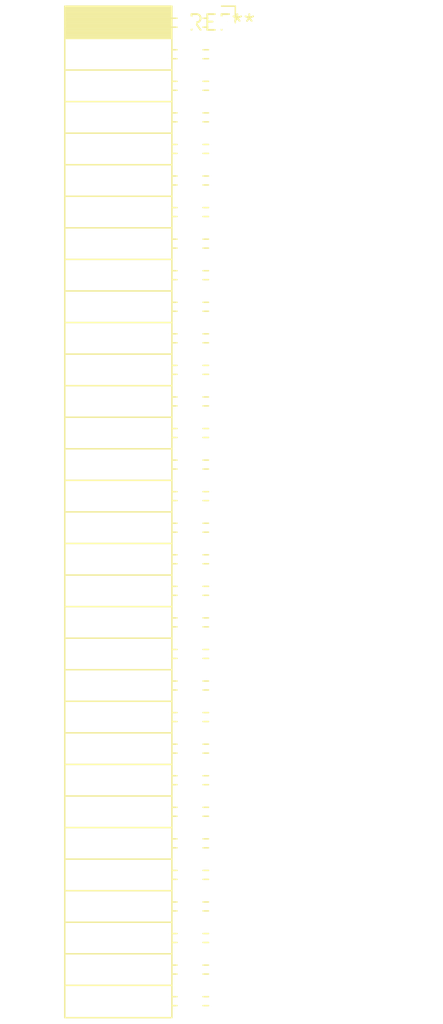
<source format=kicad_pcb>
(kicad_pcb (version 20240108) (generator pcbnew)
  (layers (0 "F.Cu" signal) (31 "B.Cu" signal) (34 "B.Paste" user) (35 "F.Paste" user) (36 "B.SilkS" user "B.Silkscreen") (37 "F.SilkS" user "F.Silkscreen") (38 "B.Mask" user) (39 "F.Mask" user) (44 "Edge.Cuts" user))
  (net 0 "")
  (footprint "PinSocket_2x32_P2.54mm_Horizontal" (layer "F.Cu") (at 0 0)
    (property "Reference" "REF**")
    (property "Value" "PinSocket_2x32_P2.54mm_Horizontal")
    (fp_line (start -12.63 -1.33) (end -12.63 80.07) (layer "F.SilkS") (stroke (width 0.12)))
    (fp_line (start -12.63 -1.33) (end -4 -1.33) (layer "F.SilkS") (stroke (width 0.12)))
    (fp_line (start -12.63 -1.21) (end -4 -1.21) (layer "F.SilkS") (stroke (width 0.12)))
    (fp_line (start -12.63 -1.091905) (end -4 -1.091905) (layer "F.SilkS") (stroke (width 0.12)))
    (fp_line (start -12.63 -0.97381) (end -4 -0.97381) (layer "F.SilkS") (stroke (width 0.12)))
    (fp_line (start -12.63 -0.855715) (end -4 -0.855715) (layer "F.SilkS") (stroke (width 0.12)))
    (fp_line (start -12.63 -0.73762) (end -4 -0.73762) (layer "F.SilkS") (stroke (width 0.12)))
    (fp_line (start -12.63 -0.619525) (end -4 -0.619525) (layer "F.SilkS") (stroke (width 0.12)))
    (fp_line (start -12.63 -0.50143) (end -4 -0.50143) (layer "F.SilkS") (stroke (width 0.12)))
    (fp_line (start -12.63 -0.383335) (end -4 -0.383335) (layer "F.SilkS") (stroke (width 0.12)))
    (fp_line (start -12.63 -0.26524) (end -4 -0.26524) (layer "F.SilkS") (stroke (width 0.12)))
    (fp_line (start -12.63 -0.147145) (end -4 -0.147145) (layer "F.SilkS") (stroke (width 0.12)))
    (fp_line (start -12.63 -0.02905) (end -4 -0.02905) (layer "F.SilkS") (stroke (width 0.12)))
    (fp_line (start -12.63 0.089045) (end -4 0.089045) (layer "F.SilkS") (stroke (width 0.12)))
    (fp_line (start -12.63 0.20714) (end -4 0.20714) (layer "F.SilkS") (stroke (width 0.12)))
    (fp_line (start -12.63 0.325235) (end -4 0.325235) (layer "F.SilkS") (stroke (width 0.12)))
    (fp_line (start -12.63 0.44333) (end -4 0.44333) (layer "F.SilkS") (stroke (width 0.12)))
    (fp_line (start -12.63 0.561425) (end -4 0.561425) (layer "F.SilkS") (stroke (width 0.12)))
    (fp_line (start -12.63 0.67952) (end -4 0.67952) (layer "F.SilkS") (stroke (width 0.12)))
    (fp_line (start -12.63 0.797615) (end -4 0.797615) (layer "F.SilkS") (stroke (width 0.12)))
    (fp_line (start -12.63 0.91571) (end -4 0.91571) (layer "F.SilkS") (stroke (width 0.12)))
    (fp_line (start -12.63 1.033805) (end -4 1.033805) (layer "F.SilkS") (stroke (width 0.12)))
    (fp_line (start -12.63 1.1519) (end -4 1.1519) (layer "F.SilkS") (stroke (width 0.12)))
    (fp_line (start -12.63 1.27) (end -4 1.27) (layer "F.SilkS") (stroke (width 0.12)))
    (fp_line (start -12.63 3.81) (end -4 3.81) (layer "F.SilkS") (stroke (width 0.12)))
    (fp_line (start -12.63 6.35) (end -4 6.35) (layer "F.SilkS") (stroke (width 0.12)))
    (fp_line (start -12.63 8.89) (end -4 8.89) (layer "F.SilkS") (stroke (width 0.12)))
    (fp_line (start -12.63 11.43) (end -4 11.43) (layer "F.SilkS") (stroke (width 0.12)))
    (fp_line (start -12.63 13.97) (end -4 13.97) (layer "F.SilkS") (stroke (width 0.12)))
    (fp_line (start -12.63 16.51) (end -4 16.51) (layer "F.SilkS") (stroke (width 0.12)))
    (fp_line (start -12.63 19.05) (end -4 19.05) (layer "F.SilkS") (stroke (width 0.12)))
    (fp_line (start -12.63 21.59) (end -4 21.59) (layer "F.SilkS") (stroke (width 0.12)))
    (fp_line (start -12.63 24.13) (end -4 24.13) (layer "F.SilkS") (stroke (width 0.12)))
    (fp_line (start -12.63 26.67) (end -4 26.67) (layer "F.SilkS") (stroke (width 0.12)))
    (fp_line (start -12.63 29.21) (end -4 29.21) (layer "F.SilkS") (stroke (width 0.12)))
    (fp_line (start -12.63 31.75) (end -4 31.75) (layer "F.SilkS") (stroke (width 0.12)))
    (fp_line (start -12.63 34.29) (end -4 34.29) (layer "F.SilkS") (stroke (width 0.12)))
    (fp_line (start -12.63 36.83) (end -4 36.83) (layer "F.SilkS") (stroke (width 0.12)))
    (fp_line (start -12.63 39.37) (end -4 39.37) (layer "F.SilkS") (stroke (width 0.12)))
    (fp_line (start -12.63 41.91) (end -4 41.91) (layer "F.SilkS") (stroke (width 0.12)))
    (fp_line (start -12.63 44.45) (end -4 44.45) (layer "F.SilkS") (stroke (width 0.12)))
    (fp_line (start -12.63 46.99) (end -4 46.99) (layer "F.SilkS") (stroke (width 0.12)))
    (fp_line (start -12.63 49.53) (end -4 49.53) (layer "F.SilkS") (stroke (width 0.12)))
    (fp_line (start -12.63 52.07) (end -4 52.07) (layer "F.SilkS") (stroke (width 0.12)))
    (fp_line (start -12.63 54.61) (end -4 54.61) (layer "F.SilkS") (stroke (width 0.12)))
    (fp_line (start -12.63 57.15) (end -4 57.15) (layer "F.SilkS") (stroke (width 0.12)))
    (fp_line (start -12.63 59.69) (end -4 59.69) (layer "F.SilkS") (stroke (width 0.12)))
    (fp_line (start -12.63 62.23) (end -4 62.23) (layer "F.SilkS") (stroke (width 0.12)))
    (fp_line (start -12.63 64.77) (end -4 64.77) (layer "F.SilkS") (stroke (width 0.12)))
    (fp_line (start -12.63 67.31) (end -4 67.31) (layer "F.SilkS") (stroke (width 0.12)))
    (fp_line (start -12.63 69.85) (end -4 69.85) (layer "F.SilkS") (stroke (width 0.12)))
    (fp_line (start -12.63 72.39) (end -4 72.39) (layer "F.SilkS") (stroke (width 0.12)))
    (fp_line (start -12.63 74.93) (end -4 74.93) (layer "F.SilkS") (stroke (width 0.12)))
    (fp_line (start -12.63 77.47) (end -4 77.47) (layer "F.SilkS") (stroke (width 0.12)))
    (fp_line (start -12.63 80.07) (end -4 80.07) (layer "F.SilkS") (stroke (width 0.12)))
    (fp_line (start -4 -1.33) (end -4 80.07) (layer "F.SilkS") (stroke (width 0.12)))
    (fp_line (start -4 -0.36) (end -3.59 -0.36) (layer "F.SilkS") (stroke (width 0.12)))
    (fp_line (start -4 0.36) (end -3.59 0.36) (layer "F.SilkS") (stroke (width 0.12)))
    (fp_line (start -4 2.18) (end -3.59 2.18) (layer "F.SilkS") (stroke (width 0.12)))
    (fp_line (start -4 2.9) (end -3.59 2.9) (layer "F.SilkS") (stroke (width 0.12)))
    (fp_line (start -4 4.72) (end -3.59 4.72) (layer "F.SilkS") (stroke (width 0.12)))
    (fp_line (start -4 5.44) (end -3.59 5.44) (layer "F.SilkS") (stroke (width 0.12)))
    (fp_line (start -4 7.26) (end -3.59 7.26) (layer "F.SilkS") (stroke (width 0.12)))
    (fp_line (start -4 7.98) (end -3.59 7.98) (layer "F.SilkS") (stroke (width 0.12)))
    (fp_line (start -4 9.8) (end -3.59 9.8) (layer "F.SilkS") (stroke (width 0.12)))
    (fp_line (start -4 10.52) (end -3.59 10.52) (layer "F.SilkS") (stroke (width 0.12)))
    (fp_line (start -4 12.34) (end -3.59 12.34) (layer "F.SilkS") (stroke (width 0.12)))
    (fp_line (start -4 13.06) (end -3.59 13.06) (layer "F.SilkS") (stroke (width 0.12)))
    (fp_line (start -4 14.88) (end -3.59 14.88) (layer "F.SilkS") (stroke (width 0.12)))
    (fp_line (start -4 15.6) (end -3.59 15.6) (layer "F.SilkS") (stroke (width 0.12)))
    (fp_line (start -4 17.42) (end -3.59 17.42) (layer "F.SilkS") (stroke (width 0.12)))
    (fp_line (start -4 18.14) (end -3.59 18.14) (layer "F.SilkS") (stroke (width 0.12)))
    (fp_line (start -4 19.96) (end -3.59 19.96) (layer "F.SilkS") (stroke (width 0.12)))
    (fp_line (start -4 20.68) (end -3.59 20.68) (layer "F.SilkS") (stroke (width 0.12)))
    (fp_line (start -4 22.5) (end -3.59 22.5) (layer "F.SilkS") (stroke (width 0.12)))
    (fp_line (start -4 23.22) (end -3.59 23.22) (layer "F.SilkS") (stroke (width 0.12)))
    (fp_line (start -4 25.04) (end -3.59 25.04) (layer "F.SilkS") (stroke (width 0.12)))
    (fp_line (start -4 25.76) (end -3.59 25.76) (layer "F.SilkS") (stroke (width 0.12)))
    (fp_line (start -4 27.58) (end -3.59 27.58) (layer "F.SilkS") (stroke (width 0.12)))
    (fp_line (start -4 28.3) (end -3.59 28.3) (layer "F.SilkS") (stroke (width 0.12)))
    (fp_line (start -4 30.12) (end -3.59 30.12) (layer "F.SilkS") (stroke (width 0.12)))
    (fp_line (start -4 30.84) (end -3.59 30.84) (layer "F.SilkS") (stroke (width 0.12)))
    (fp_line (start -4 32.66) (end -3.59 32.66) (layer "F.SilkS") (stroke (width 0.12)))
    (fp_line (start -4 33.38) (end -3.59 33.38) (layer "F.SilkS") (stroke (width 0.12)))
    (fp_line (start -4 35.2) (end -3.59 35.2) (layer "F.SilkS") (stroke (width 0.12)))
    (fp_line (start -4 35.92) (end -3.59 35.92) (layer "F.SilkS") (stroke (width 0.12)))
    (fp_line (start -4 37.74) (end -3.59 37.74) (layer "F.SilkS") (stroke (width 0.12)))
    (fp_line (start -4 38.46) (end -3.59 38.46) (layer "F.SilkS") (stroke (width 0.12)))
    (fp_line (start -4 40.28) (end -3.59 40.28) (layer "F.SilkS") (stroke (width 0.12)))
    (fp_line (start -4 41) (end -3.59 41) (layer "F.SilkS") (stroke (width 0.12)))
    (fp_line (start -4 42.82) (end -3.59 42.82) (layer "F.SilkS") (stroke (width 0.12)))
    (fp_line (start -4 43.54) (end -3.59 43.54) (layer "F.SilkS") (stroke (width 0.12)))
    (fp_line (start -4 45.36) (end -3.59 45.36) (layer "F.SilkS") (stroke (width 0.12)))
    (fp_line (start -4 46.08) (end -3.59 46.08) (layer "F.SilkS") (stroke (width 0.12)))
    (fp_line (start -4 47.9) (end -3.59 47.9) (layer "F.SilkS") (stroke (width 0.12)))
    (fp_line (start -4 48.62) (end -3.59 48.62) (layer "F.SilkS") (stroke (width 0.12)))
    (fp_line (start -4 50.44) (end -3.59 50.44) (layer "F.SilkS") (stroke (width 0.12)))
    (fp_line (start -4 51.16) (end -3.59 51.16) (layer "F.SilkS") (stroke (width 0.12)))
    (fp_line (start -4 52.98) (end -3.59 52.98) (layer "F.SilkS") (stroke (width 0.12)))
    (fp_line (start -4 53.7) (end -3.59 53.7) (layer "F.SilkS") (stroke (width 0.12)))
    (fp_line (start -4 55.52) (end -3.59 55.52) (layer "F.SilkS") (stroke (width 0.12)))
    (fp_line (start -4 56.24) (end -3.59 56.24) (layer "F.SilkS") (stroke (width 0.12)))
    (fp_line (start -4 58.06) (end -3.59 58.06) (layer "F.SilkS") (stroke (width 0.12)))
    (fp_line (start -4 58.78) (end -3.59 58.78) (layer "F.SilkS") (stroke (width 0.12)))
    (fp_line (start -4 60.6) (end -3.59 60.6) (layer "F.SilkS") (stroke (width 0.12)))
    (fp_line (start -4 61.32) (end -3.59 61.32) (layer "F.SilkS") (stroke (width 0.12)))
    (fp_line (start -4 63.14) (end -3.59 63.14) (layer "F.SilkS") (stroke (width 0.12)))
    (fp_line (start -4 63.86) (end -3.59 63.86) (layer "F.SilkS") (stroke (width 0.12)))
    (fp_line (start -4 65.68) (end -3.59 65.68) (layer "F.SilkS") (stroke (width 0.12)))
    (fp_line (start -4 66.4) (end -3.59 66.4) (layer "F.SilkS") (stroke (width 0.12)))
    (fp_line (start -4 68.22) (end -3.59 68.22) (layer "F.SilkS") (stroke (width 0.12)))
    (fp_line (start -4 68.94) (end -3.59 68.94) (layer "F.SilkS") (stroke (width 0.12)))
    (fp_line (start -4 70.76) (end -3.59 70.76) (layer "F.SilkS") (stroke (width 0.12)))
    (fp_line (start -4 71.48) (end -3.59 71.48) (layer "F.SilkS") (stroke (width 0.12)))
    (fp_line (start -4 73.3) (end -3.59 73.3) (layer "F.SilkS") (stroke (width 0.12)))
    (fp_line (start -4 74.02) (end -3.59 74.02) (layer "F.SilkS") (stroke (width 0.12)))
    (fp_line (start -4 75.84) (end -3.59 75.84) (layer "F.SilkS") (stroke (width 0.12)))
    (fp_line (start -4 76.56) (end -3.59 76.56) (layer "F.SilkS") (stroke (width 0.12)))
    (fp_line (start -4 78.38) (end -3.59 78.38) (layer "F.SilkS") (stroke (width 0.12)))
    (fp_line (start -4 79.1) (end -3.59 79.1) (layer "F.SilkS") (stroke (width 0.12)))
    (fp_line (start -1.49 -0.36) (end -1.11 -0.36) (layer "F.SilkS") (stroke (width 0.12)))
    (fp_line (start -1.49 0.36) (end -1.11 0.36) (layer "F.SilkS") (stroke (width 0.12)))
    (fp_line (start -1.49 2.18) (end -1.05 2.18) (layer "F.SilkS") (stroke (width 0.12)))
    (fp_line (start -1.49 2.9) (end -1.05 2.9) (layer "F.SilkS") (stroke (width 0.12)))
    (fp_line (start -1.49 4.72) (end -1.05 4.72) (layer "F.SilkS") (stroke (width 0.12)))
    (fp_line (start -1.49 5.44) (end -1.05 5.44) (layer "F.SilkS") (stroke (width 0.12)))
    (fp_line (start -1.49 7.26) (end -1.05 7.26) (layer "F.SilkS") (stroke (width 0.12)))
    (fp_line (start -1.49 7.98) (end -1.05 7.98) (layer "F.SilkS") (stroke (width 0.12)))
    (fp_line (start -1.49 9.8) (end -1.05 9.8) (layer "F.SilkS") (stroke (width 0.12)))
    (fp_line (start -1.49 10.52) (end -1.05 10.52) (layer "F.SilkS") (stroke (width 0.12)))
    (fp_line (start -1.49 12.34) (end -1.05 12.34) (layer "F.SilkS") (stroke (width 0.12)))
    (fp_line (start -1.49 13.06) (end -1.05 13.06) (layer "F.SilkS") (stroke (width 0.12)))
    (fp_line (start -1.49 14.88) (end -1.05 14.88) (layer "F.SilkS") (stroke (width 0.12)))
    (fp_line (start -1.49 15.6) (end -1.05 15.6) (layer "F.SilkS") (stroke (width 0.12)))
    (fp_line (start -1.49 17.42) (end -1.05 17.42) (layer "F.SilkS") (stroke (width 0.12)))
    (fp_line (start -1.49 18.14) (end -1.05 18.14) (layer "F.SilkS") (stroke (width 0.12)))
    (fp_line (start -1.49 19.96) (end -1.05 19.96) (layer "F.SilkS") (stroke (width 0.12)))
    (fp_line (start -1.49 20.68) (end -1.05 20.68) (layer "F.SilkS") (stroke (width 0.12)))
    (fp_line (start -1.49 22.5) (end -1.05 22.5) (layer "F.SilkS") (stroke (width 0.12)))
    (fp_line (start -1.49 23.22) (end -1.05 23.22) (layer "F.SilkS") (stroke (width 0.12)))
    (fp_line (start -1.49 25.04) (end -1.05 25.04) (layer "F.SilkS") (stroke (width 0.12)))
    (fp_line (start -1.49 25.76) (end -1.05 25.76) (layer "F.SilkS") (stroke (width 0.12)))
    (fp_line (start -1.49 27.58) (end -1.05 27.58) (layer "F.SilkS") (stroke (width 0.12)))
    (fp_line (start -1.49 28.3) (end -1.05 28.3) (layer "F.SilkS") (stroke (width 0.12)))
    (fp_line (start -1.49 30.12) (end -1.05 30.12) (layer "F.SilkS") (stroke (width 0.12)))
    (fp_line (start -1.49 30.84) (end -1.05 30.84) (layer "F.SilkS") (stroke (width 0.12)))
    (fp_line (start -1.49 32.66) (end -1.05 32.66) (layer "F.SilkS") (stroke (width 0.12)))
    (fp_line (start -1.49 33.38) (end -1.05 33.38) (layer "F.SilkS") (stroke (width 0.12)))
    (fp_line (start -1.49 35.2) (end -1.05 35.2) (layer "F.SilkS") (stroke (width 0.12)))
    (fp_line (start -1.49 35.92) (end -1.05 35.92) (layer "F.SilkS") (stroke (width 0.12)))
    (fp_line (start -1.49 37.74) (end -1.05 37.74) (layer "F.SilkS") (stroke (width 0.12)))
    (fp_line (start -1.49 38.46) (end -1.05 38.46) (layer "F.SilkS") (stroke (width 0.12)))
    (fp_line (start -1.49 40.28) (end -1.05 40.28) (layer "F.SilkS") (stroke (width 0.12)))
    (fp_line (start -1.49 41) (end -1.05 41) (layer "F.SilkS") (stroke (width 0.12)))
    (fp_line (start -1.49 42.82) (end -1.05 42.82) (layer "F.SilkS") (stroke (width 0.12)))
    (fp_line (start -1.49 43.54) (end -1.05 43.54) (layer "F.SilkS") (stroke (width 0.12)))
    (fp_line (start -1.49 45.36) (end -1.05 45.36) (layer "F.SilkS") (stroke (width 0.12)))
    (fp_line (start -1.49 46.08) (end -1.05 46.08) (layer "F.SilkS") (stroke (width 0.12)))
    (fp_line (start -1.49 47.9) (end -1.05 47.9) (layer "F.SilkS") (stroke (width 0.12)))
    (fp_line (start -1.49 48.62) (end -1.05 48.62) (layer "F.SilkS") (stroke (width 0.12)))
    (fp_line (start -1.49 50.44) (end -1.05 50.44) (layer "F.SilkS") (stroke (width 0.12)))
    (fp_line (start -1.49 51.16) (end -1.05 51.16) (layer "F.SilkS") (stroke (width 0.12)))
    (fp_line (start -1.49 52.98) (end -1.05 52.98) (layer "F.SilkS") (stroke (width 0.12)))
    (fp_line (start -1.49 53.7) (end -1.05 53.7) (layer "F.SilkS") (stroke (width 0.12)))
    (fp_line (start -1.49 55.52) (end -1.05 55.52) (layer "F.SilkS") (stroke (width 0.12)))
    (fp_line (start -1.49 56.24) (end -1.05 56.24) (layer "F.SilkS") (stroke (width 0.12)))
    (fp_line (start -1.49 58.06) (end -1.05 58.06) (layer "F.SilkS") (stroke (width 0.12)))
    (fp_line (start -1.49 58.78) (end -1.05 58.78) (layer "F.SilkS") (stroke (width 0.12)))
    (fp_line (start -1.49 60.6) (end -1.05 60.6) (layer "F.SilkS") (stroke (width 0.12)))
    (fp_line (start -1.49 61.32) (end -1.05 61.32) (layer "F.SilkS") (stroke (width 0.12)))
    (fp_line (start -1.49 63.14) (end -1.05 63.14) (layer "F.SilkS") (stroke (width 0.12)))
    (fp_line (start -1.49 63.86) (end -1.05 63.86) (layer "F.SilkS") (stroke (width 0.12)))
    (fp_line (start -1.49 65.68) (end -1.05 65.68) (layer "F.SilkS") (stroke (width 0.12)))
    (fp_line (start -1.49 66.4) (end -1.05 66.4) (layer "F.SilkS") (stroke (width 0.12)))
    (fp_line (start -1.49 68.22) (end -1.05 68.22) (layer "F.SilkS") (stroke (width 0.12)))
    (fp_line (start -1.49 68.94) (end -1.05 68.94) (layer "F.SilkS") (stroke (width 0.12)))
    (fp_line (start -1.49 70.76) (end -1.05 70.76) (layer "F.SilkS") (stroke (width 0.12)))
    (fp_line (start -1.49 71.48) (end -1.05 71.48) (layer "F.SilkS") (stroke (width 0.12)))
    (fp_line (start -1.49 73.3) (end -1.05 73.3) (layer "F.SilkS") (stroke (width 0.12)))
    (fp_line (start -1.49 74.02) (end -1.05 74.02) (layer "F.SilkS") (stroke (width 0.12)))
    (fp_line (start -1.49 75.84) (end -1.05 75.84) (layer "F.SilkS") (stroke (width 0.12)))
    (fp_line (start -1.49 76.56) (end -1.05 76.56) (layer "F.SilkS") (stroke (width 0.12)))
    (fp_line (start -1.49 78.38) (end -1.05 78.38) (layer "F.SilkS") (stroke (width 0.12)))
    (fp_line (start -1.49 79.1) (end -1.05 79.1) (layer "F.SilkS") (stroke (width 0.12)))
    (fp_line (start 0 -1.33) (end 1.11 -1.33) (layer "F.SilkS") (stroke (width 0.12)))
    (fp_line (start 1.11 -1.33) (end 1.11 0) (layer "F.SilkS") (stroke (width 0.12)))
    (pad "1" thru_hole rect (at 0 0) (size 1.7 1.7) (drill 1) (layers *.Cu *.Mask) (remove_unused_layers))
    (pad "2" thru_hole oval (at -2.54 0) (size 1.7 1.7) (drill 1) (layers *.Cu *.Mask) (remove_unused_layers))
    (pad "3" thru_hole oval (at 0 2.54) (size 1.7 1.7) (drill 1) (layers *.Cu *.Mask) (remove_unused_layers))
    (pad "4" thru_hole oval (at -2.54 2.54) (size 1.7 1.7) (drill 1) (layers *.Cu *.Mask) (remove_unused_layers))
    (pad "5" thru_hole oval (at 0 5.08) (size 1.7 1.7) (drill 1) (layers *.Cu *.Mask) (remove_unused_layers))
    (pad "6" thru_hole oval (at -2.54 5.08) (size 1.7 1.7) (drill 1) (layers *.Cu *.Mask) (remove_unused_layers))
    (pad "7" thru_hole oval (at 0 7.62) (size 1.7 1.7) (drill 1) (layers *.Cu *.Mask) (remove_unused_layers))
    (pad "8" thru_hole oval (at -2.54 7.62) (size 1.7 1.7) (drill 1) (layers *.Cu *.Mask) (remove_unused_layers))
    (pad "9" thru_hole oval (at 0 10.16) (size 1.7 1.7) (drill 1) (layers *.Cu *.Mask) (remove_unused_layers))
    (pad "10" thru_hole oval (at -2.54 10.16) (size 1.7 1.7) (drill 1) (layers *.Cu *.Mask) (remove_unused_layers))
    (pad "11" thru_hole oval (at 0 12.7) (size 1.7 1.7) (drill 1) (layers *.Cu *.Mask) (remove_unused_layers))
    (pad "12" thru_hole oval (at -2.54 12.7) (size 1.7 1.7) (drill 1) (layers *.Cu *.Mask) (remove_unused_layers))
    (pad "13" thru_hole oval (at 0 15.24) (size 1.7 1.7) (drill 1) (layers *.Cu *.Mask) (remove_unused_layers))
    (pad "14" thru_hole oval (at -2.54 15.24) (size 1.7 1.7) (drill 1) (layers *.Cu *.Mask) (remove_unused_layers))
    (pad "15" thru_hole oval (at 0 17.78) (size 1.7 1.7) (drill 1) (layers *.Cu *.Mask) (remove_unused_layers))
    (pad "16" thru_hole oval (at -2.54 17.78) (size 1.7 1.7) (drill 1) (layers *.Cu *.Mask) (remove_unused_layers))
    (pad "17" thru_hole oval (at 0 20.32) (size 1.7 1.7) (drill 1) (layers *.Cu *.Mask) (remove_unused_layers))
    (pad "18" thru_hole oval (at -2.54 20.32) (size 1.7 1.7) (drill 1) (layers *.Cu *.Mask) (remove_unused_layers))
    (pad "19" thru_hole oval (at 0 22.86) (size 1.7 1.7) (drill 1) (layers *.Cu *.Mask) (remove_unused_layers))
    (pad "20" thru_hole oval (at -2.54 22.86) (size 1.7 1.7) (drill 1) (layers *.Cu *.Mask) (remove_unused_layers))
    (pad "21" thru_hole oval (at 0 25.4) (size 1.7 1.7) (drill 1) (layers *.Cu *.Mask) (remove_unused_layers))
    (pad "22" thru_hole oval (at -2.54 25.4) (size 1.7 1.7) (drill 1) (layers *.Cu *.Mask) (remove_unused_layers))
    (pad "23" thru_hole oval (at 0 27.94) (size 1.7 1.7) (drill 1) (layers *.Cu *.Mask) (remove_unused_layers))
    (pad "24" thru_hole oval (at -2.54 27.94) (size 1.7 1.7) (drill 1) (layers *.Cu *.Mask) (remove_unused_layers))
    (pad "25" thru_hole oval (at 0 30.48) (size 1.7 1.7) (drill 1) (layers *.Cu *.Mask) (remove_unused_layers))
    (pad "26" thru_hole oval (at -2.54 30.48) (size 1.7 1.7) (drill 1) (layers *.Cu *.Mask) (remove_unused_layers))
    (pad "27" thru_hole oval (at 0 33.02) (size 1.7 1.7) (drill 1) (layers *.Cu *.Mask) (remove_unused_layers))
    (pad "28" thru_hole oval (at -2.54 33.02) (size 1.7 1.7) (drill 1) (layers *.Cu *.Mask) (remove_unused_layers))
    (pad "29" thru_hole oval (at 0 35.56) (size 1.7 1.7) (drill 1) (layers *.Cu *.Mask) (remove_unused_layers))
    (pad "30" thru_hole oval (at -2.54 35.56) (size 1.7 1.7) (drill 1) (layers *.Cu *.Mask) (remove_unused_layers))
    (pad "31" thru_hole oval (at 0 38.1) (size 1.7 1.7) (drill 1) (layers *.Cu *.Mask) (remove_unused_layers))
    (pad "32" thru_hole oval (at -2.54 38.1) (size 1.7 1.7) (drill 1) (layers *.Cu *.Mask) (remove_unused_layers))
    (pad "33" thru_hole oval (at 0 40.64) (size 1.7 1.7) (drill 1) (layers *.Cu *.Mask) (remove_unused_layers))
    (pad "34" thru_hole oval (at -2.54 40.64) (size 1.7 1.7) (drill 1) (layers *.Cu *.Mask) (remove_unused_layers))
    (pad "35" thru_hole oval (at 0 43.18) (size 1.7 1.7) (drill 1) (layers *.Cu *.Mask) (remove_unused_layers))
    (pad "36" thru_hole oval (at -2.54 43.18) (size 1.7 1.7) (drill 1) (layers *.Cu *.Mask) (remove_unused_layers))
    (pad "37" thru_hole oval (at 0 45.72) (size 1.7 1.7) (drill 1) (layers *.Cu *.Mask) (remove_unused_layers))
    (pad "38" thru_hole oval (at -2.54 45.72) (size 1.7 1.7) (drill 1) (layers *.Cu *.Mask) (remove_unused_layers))
    (pad "39" thru_hole oval (at 0 48.26) (size 1.7 1.7) (drill 1) (layers *.Cu *.Mask) (remove_unused_layers))
    (pad "40" thru_hole oval (at -2.54 48.26) (size 1.7 1.7) (drill 1) (layers *.Cu *.Mask) (remove_unused_layers))
    (pad "41" thru_hole oval (at 0 50.8) (size 1.7 1.7) (drill 1) (layers *.Cu *.Mask) (remove_unused_layers))
    (pad "42" thru_hole oval (at -2.54 50.8) (size 1.7 1.7) (drill 1) (layers *.Cu *.Mask) (remove_unused_layers))
    (pad "43" thru_hole oval (at 0 53.34) (size 1.7 1.7) (drill 1) (layers *.Cu *.Mask) (remove_unused_layers))
    (pad "44" thru_hole oval (at -2.54 53.34) (size 1.7 1.7) (drill 1) (layers *.Cu *.Mask) (remove_unused_layers))
    (pad "45" thru_hole oval (at 0 55.88) (size 1.7 1.7) (drill 1) (layers *.Cu *.Mask) (remove_unused_layers))
    (pad "46" thru_hole oval (at -2.54 55.88) (size 1.7 1.7) (drill 1) (layers *.Cu *.Mask) (remove_unused_layers))
    (pad "47" thru_hole oval (at 0 58.42) (size 1.7 1.7) (drill 1) (layers *.Cu *.Mask) (remove_unused_layers))
    (pad "48" thru_hole oval (at -2.54 58.42) (size 1.7 1.7) (drill 1) (layers *.Cu *.Mask) (remove_unused_layers))
    (pad "49" thru_hole oval (at 0 60.96) (size 1.7 1.7) (drill 1) (layers *.Cu *.Mask) (remove_unused_layers))
    (pad "50" thru_hole oval (at -2.54 60.96) (size 1.7 1.7) (drill 1) (layers *.Cu *.Mask) (remove_unused_layers))
    (pad "51" thru_hole oval (at 0 63.5) (size 1.7 1.7) (drill 1) (layers *.Cu *.Mask) (remove_unused_layers))
    (pad "52" thru_hole oval (at -2.54 63.5) (size 1.7 1.7) (drill 1) (layers *.Cu *.Mask) (remove_unused_layers))
    (pad "53" thru_hole oval (at 0 66.04) (size 1.7 1.7) (drill 1) (layers *.Cu *.Mask) (remove_unused_layers))
    (pad "54" thru_hole oval (at -2.54 66.04) (size 1.7 1.7) (drill 1) (layers *.Cu *.Mask) (remove_unused_layers))
    (pad "55" thru_hole oval (at 0 68.58) (size 1.7 1.7) (drill 1) (layers *.Cu *.Mask) (remove_unused_layers))
    (pad "56" thru_hole oval (at -2.54 68.58) (size 1.7 1.7) (drill 1) (layers *.Cu *.Mask) (remove_unused_layers))
    (pad "57" thru_hole oval (at 0 71.12) (size 1.7 1.7) (drill 1) (layers *.Cu *.Mask) (remove_unused_layers))
    (pad "58" thru_hole oval (at -2.54 71.12) (size 1.7 1.7) (drill 1) (layers *.Cu *.Mask) (remove_unused_layers))
    (pad "59" thru_hole oval (at 0 73.66) (size 1.7 1.7) (drill 1) (layers *.Cu *.Mask) (remove_unused_layers))
    (pad "60" thru_hole oval (at -2.54 73.66) (size 1.7 1.7) (drill 1) (layers *.Cu *.Mask) (remove_unused_layers))
    (pad "61" thru_hole oval (at 0 76.2) (size 1.7 1.7) (drill 1) (layers *.Cu *.Mask) (remove_unused_layers))
    (pad "62" thru_hole oval (at -2.54 76.2) (size 1.7 1.7) (drill 1) (layers *.Cu *.Mask) (remove_unused_layers))
    (pad "63" thru_hole oval (at 0 78.74) (size 1.7 1.7) (drill 1) (layers *.Cu *.Mask) (remove_unused_layers))
    (pad "64" thru_hole oval (at -2.54 78.74) (size 1.7 1.7) (drill 1) (layers *.Cu *.Mask) (remove_unused_layers))
  )
)
</source>
